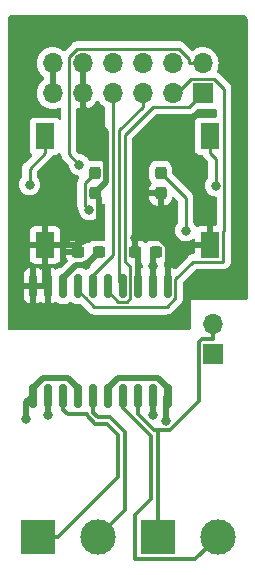
<source format=gtl>
G04 #@! TF.GenerationSoftware,KiCad,Pcbnew,7.0.9-7.0.9~ubuntu20.04.1*
G04 #@! TF.CreationDate,2023-12-17T15:18:05+01:00*
G04 #@! TF.ProjectId,kicad-pmod_rs485,6b696361-642d-4706-9d6f-645f72733438,rev?*
G04 #@! TF.SameCoordinates,Original*
G04 #@! TF.FileFunction,Copper,L1,Top*
G04 #@! TF.FilePolarity,Positive*
%FSLAX46Y46*%
G04 Gerber Fmt 4.6, Leading zero omitted, Abs format (unit mm)*
G04 Created by KiCad (PCBNEW 7.0.9-7.0.9~ubuntu20.04.1) date 2023-12-17 15:18:05*
%MOMM*%
%LPD*%
G01*
G04 APERTURE LIST*
G04 Aperture macros list*
%AMRoundRect*
0 Rectangle with rounded corners*
0 $1 Rounding radius*
0 $2 $3 $4 $5 $6 $7 $8 $9 X,Y pos of 4 corners*
0 Add a 4 corners polygon primitive as box body*
4,1,4,$2,$3,$4,$5,$6,$7,$8,$9,$2,$3,0*
0 Add four circle primitives for the rounded corners*
1,1,$1+$1,$2,$3*
1,1,$1+$1,$4,$5*
1,1,$1+$1,$6,$7*
1,1,$1+$1,$8,$9*
0 Add four rect primitives between the rounded corners*
20,1,$1+$1,$2,$3,$4,$5,0*
20,1,$1+$1,$4,$5,$6,$7,0*
20,1,$1+$1,$6,$7,$8,$9,0*
20,1,$1+$1,$8,$9,$2,$3,0*%
G04 Aperture macros list end*
G04 #@! TA.AperFunction,ComponentPad*
%ADD10R,3.000000X3.000000*%
G04 #@! TD*
G04 #@! TA.AperFunction,ComponentPad*
%ADD11C,3.000000*%
G04 #@! TD*
G04 #@! TA.AperFunction,ComponentPad*
%ADD12R,1.700000X1.700000*%
G04 #@! TD*
G04 #@! TA.AperFunction,ComponentPad*
%ADD13O,1.700000X1.700000*%
G04 #@! TD*
G04 #@! TA.AperFunction,SMDPad,CuDef*
%ADD14RoundRect,0.237500X0.300000X0.237500X-0.300000X0.237500X-0.300000X-0.237500X0.300000X-0.237500X0*%
G04 #@! TD*
G04 #@! TA.AperFunction,SMDPad,CuDef*
%ADD15RoundRect,0.237500X0.237500X-0.287500X0.237500X0.287500X-0.237500X0.287500X-0.237500X-0.287500X0*%
G04 #@! TD*
G04 #@! TA.AperFunction,SMDPad,CuDef*
%ADD16R,1.600000X2.180000*%
G04 #@! TD*
G04 #@! TA.AperFunction,SMDPad,CuDef*
%ADD17RoundRect,0.150000X-0.150000X0.875000X-0.150000X-0.875000X0.150000X-0.875000X0.150000X0.875000X0*%
G04 #@! TD*
G04 #@! TA.AperFunction,ViaPad*
%ADD18C,0.800000*%
G04 #@! TD*
G04 #@! TA.AperFunction,Conductor*
%ADD19C,0.500000*%
G04 #@! TD*
G04 #@! TA.AperFunction,Conductor*
%ADD20C,0.250000*%
G04 #@! TD*
G04 #@! TA.AperFunction,Conductor*
%ADD21C,0.350000*%
G04 #@! TD*
G04 APERTURE END LIST*
D10*
X130302000Y-105410000D03*
D11*
X135382000Y-105410000D03*
D12*
X135001000Y-89921000D03*
D13*
X135001000Y-87381000D03*
D14*
X130148500Y-81280000D03*
X128423500Y-81280000D03*
X125322500Y-81280000D03*
X123597500Y-81280000D03*
D15*
X124968000Y-76313000D03*
X124968000Y-74563000D03*
X130556000Y-76313000D03*
X130556000Y-74563000D03*
D16*
X120777000Y-71483000D03*
X120777000Y-80663000D03*
X134747000Y-71483000D03*
X134747000Y-80663000D03*
D10*
X120142000Y-105410000D03*
D11*
X125222000Y-105410000D03*
D12*
X134112000Y-67818000D03*
D13*
X134112000Y-65278000D03*
X131572000Y-67818000D03*
X131572000Y-65278000D03*
X129032000Y-67818000D03*
X129032000Y-65278000D03*
X126492000Y-67818000D03*
X126492000Y-65278000D03*
X123952000Y-67818000D03*
X123952000Y-65278000D03*
X121412000Y-67818000D03*
X121412000Y-65278000D03*
D17*
X131191000Y-84123000D03*
X129921000Y-84123000D03*
X128651000Y-84123000D03*
X127381000Y-84123000D03*
X126111000Y-84123000D03*
X124841000Y-84123000D03*
X123571000Y-84123000D03*
X122301000Y-84123000D03*
X121031000Y-84123000D03*
X119761000Y-84123000D03*
X119761000Y-93423000D03*
X121031000Y-93423000D03*
X122301000Y-93423000D03*
X123571000Y-93423000D03*
X124841000Y-93423000D03*
X126111000Y-93423000D03*
X127381000Y-93423000D03*
X128651000Y-93423000D03*
X129921000Y-93423000D03*
X131191000Y-93423000D03*
D18*
X129951500Y-82426600D03*
X124231000Y-82371500D03*
X128423500Y-80116300D03*
X121412000Y-62738000D03*
X124714000Y-72644000D03*
X123952000Y-80264000D03*
X134112000Y-62738000D03*
X130556000Y-72644000D03*
X118364000Y-84074000D03*
X121920000Y-74168000D03*
X120396000Y-86360000D03*
X129921000Y-95098700D03*
X131030100Y-95550000D03*
X121031000Y-95055300D03*
X119194300Y-95381900D03*
X124530000Y-77685900D03*
X132694000Y-79456600D03*
X123681900Y-73895600D03*
X119460900Y-75578000D03*
X135210000Y-75654400D03*
D19*
X124231000Y-82371500D02*
X125322500Y-81280000D01*
X129921000Y-82457100D02*
X129951500Y-82426600D01*
X122301000Y-83508000D02*
X123437500Y-82371500D01*
X121412000Y-65278000D02*
X121412000Y-67818000D01*
X122301000Y-84123000D02*
X122301000Y-83508000D01*
X129921000Y-84123000D02*
X129921000Y-82457100D01*
X123437500Y-82371500D02*
X124231000Y-82371500D01*
X129951500Y-81477000D02*
X130148500Y-81280000D01*
X129951500Y-82426600D02*
X129951500Y-81477000D01*
X131191000Y-80751300D02*
X131191000Y-84123000D01*
X130501500Y-80061800D02*
X130556000Y-80007300D01*
X120777000Y-80663000D02*
X120777000Y-82203300D01*
X125916600Y-75364400D02*
X125916600Y-71082900D01*
X120777000Y-84123000D02*
X121031000Y-84123000D01*
X128423500Y-81280000D02*
X128651000Y-81507500D01*
X130501500Y-80061800D02*
X131191000Y-80751300D01*
X123597500Y-80663000D02*
X123597500Y-81280000D01*
X133408400Y-80751300D02*
X133496700Y-80663000D01*
X120777000Y-84123000D02*
X120777000Y-82203300D01*
X128651000Y-81507500D02*
X128651000Y-84123000D01*
X123597500Y-80663000D02*
X123952000Y-80308500D01*
X123597500Y-80663000D02*
X122027300Y-80663000D01*
X125916600Y-71082900D02*
X123952000Y-69118300D01*
X131191000Y-80751300D02*
X133408400Y-80751300D01*
X119761000Y-84123000D02*
X120777000Y-84123000D01*
X125380300Y-78880200D02*
X125380300Y-76725300D01*
X123952000Y-67818000D02*
X123952000Y-69118300D01*
X123952000Y-80264000D02*
X123996500Y-80264000D01*
X125380300Y-76725300D02*
X124968000Y-76313000D01*
X124968000Y-76313000D02*
X125916600Y-75364400D01*
X123996500Y-80264000D02*
X125380300Y-78880200D01*
X128423500Y-80116300D02*
X130447000Y-80116300D01*
X134747000Y-80663000D02*
X133496700Y-80663000D01*
X123952000Y-65278000D02*
X123952000Y-67818000D01*
X130556000Y-80007300D02*
X130556000Y-76313000D01*
X130447000Y-80116300D02*
X130501500Y-80061800D01*
X120777000Y-80663000D02*
X122027300Y-80663000D01*
X128423500Y-80116300D02*
X128423500Y-81280000D01*
X123952000Y-80308500D02*
X123952000Y-80264000D01*
X129921000Y-93423000D02*
X129921000Y-95098700D01*
X126944200Y-91941700D02*
X126111000Y-92774900D01*
X130347600Y-91941700D02*
X126944200Y-91941700D01*
X131030100Y-93583900D02*
X131191000Y-93423000D01*
X126111000Y-92774900D02*
X126111000Y-93423000D01*
X131191000Y-92785100D02*
X130347600Y-91941700D01*
X131191000Y-93423000D02*
X131191000Y-92785100D01*
X131030100Y-95550000D02*
X131030100Y-93583900D01*
X121031000Y-93423000D02*
X121031000Y-95055300D01*
X119761000Y-92769500D02*
X119761000Y-93423000D01*
X122691500Y-91927200D02*
X120603300Y-91927200D01*
X119194300Y-93989700D02*
X119194300Y-95381900D01*
X123571000Y-92806700D02*
X122691500Y-91927200D01*
X120603300Y-91927200D02*
X119761000Y-92769500D01*
X123571000Y-93423000D02*
X123571000Y-92806700D01*
X119761000Y-93423000D02*
X119194300Y-93989700D01*
D20*
X124968000Y-74563000D02*
X124138800Y-75392200D01*
X124138800Y-75392200D02*
X124138800Y-77294700D01*
X124138800Y-77294700D02*
X124530000Y-77685900D01*
X130556000Y-74563000D02*
X132694000Y-76701000D01*
X132694000Y-76701000D02*
X132694000Y-79456600D01*
X122773700Y-64793600D02*
X122773700Y-72987400D01*
X132078900Y-64052900D02*
X123514400Y-64052900D01*
X122773700Y-72987400D02*
X123681900Y-73895600D01*
X132936700Y-65278000D02*
X132936700Y-64910700D01*
X132936700Y-64910700D02*
X132078900Y-64052900D01*
X123514400Y-64052900D02*
X122773700Y-64793600D01*
X134112000Y-65278000D02*
X132936700Y-65278000D01*
D21*
X128651000Y-94984100D02*
X128651000Y-93423000D01*
X130302000Y-105410000D02*
X130302000Y-103534700D01*
X135001000Y-87381000D02*
X135001000Y-88606300D01*
X135001000Y-88606300D02*
X134082000Y-88606300D01*
X133775700Y-93903000D02*
X131353300Y-96325400D01*
X130302000Y-96325400D02*
X130302000Y-103534700D01*
X133775700Y-88912600D02*
X133775700Y-93903000D01*
X134082000Y-88606300D02*
X133775700Y-88912600D01*
X130302000Y-96325400D02*
X129992300Y-96325400D01*
X129992300Y-96325400D02*
X128651000Y-94984100D01*
X131353300Y-96325400D02*
X130302000Y-96325400D01*
X129752000Y-102210000D02*
X128427000Y-103535000D01*
X127381000Y-93423000D02*
X127381000Y-94491918D01*
X128427000Y-103535000D02*
X128427000Y-107285000D01*
X128427000Y-107285000D02*
X128427400Y-107285400D01*
X128427400Y-107285400D02*
X133506600Y-107285400D01*
X129752000Y-96862918D02*
X129752000Y-102210000D01*
X133506600Y-107285400D02*
X135382000Y-105410000D01*
X127381000Y-94491918D02*
X129752000Y-96862918D01*
X124291000Y-95096818D02*
X124994183Y-95800000D01*
X124291000Y-94996000D02*
X124291000Y-95096818D01*
X122301000Y-94615000D02*
X122682000Y-94996000D01*
X122301000Y-93423000D02*
X122301000Y-94615000D01*
X126958000Y-100330000D02*
X121878000Y-105410000D01*
X122682000Y-94996000D02*
X124291000Y-94996000D01*
X121878000Y-105410000D02*
X120142000Y-105410000D01*
X124994183Y-95800000D02*
X126010182Y-95800000D01*
X126010182Y-95800000D02*
X126958000Y-96747818D01*
X126958000Y-96747818D02*
X126958000Y-100330000D01*
X124841000Y-94869000D02*
X125222000Y-95250000D01*
X126238000Y-95250000D02*
X127508000Y-96520000D01*
X124841000Y-93423000D02*
X124841000Y-94869000D01*
X127508000Y-96520000D02*
X127508000Y-103124000D01*
X127508000Y-103124000D02*
X125222000Y-105410000D01*
X125222000Y-95250000D02*
X126238000Y-95250000D01*
D20*
X120777000Y-72898300D02*
X119460900Y-74214400D01*
X120777000Y-71483000D02*
X120777000Y-72898300D01*
X119460900Y-74214400D02*
X119460900Y-75578000D01*
X134747000Y-71483000D02*
X134747000Y-72898300D01*
X135210000Y-73361300D02*
X135210000Y-75654400D01*
X134747000Y-72898300D02*
X135210000Y-73361300D01*
X127546300Y-71335700D02*
X129889000Y-68993000D01*
X126111000Y-84615000D02*
X126970000Y-85474000D01*
X128007000Y-85207000D02*
X128007000Y-82527800D01*
X132937000Y-68993000D02*
X134112000Y-67818000D01*
X129889000Y-68993000D02*
X132937000Y-68993000D01*
X126970000Y-85474000D02*
X127740000Y-85474000D01*
X128007000Y-82527800D02*
X127546300Y-82067100D01*
X127740000Y-85474000D02*
X128007000Y-85207000D01*
X126111000Y-84123000D02*
X126111000Y-84615000D01*
X127546300Y-82067100D02*
X127546300Y-71335700D01*
X131816000Y-83576000D02*
X133314000Y-82078000D01*
X133314000Y-82078000D02*
X135872000Y-82078000D01*
X131939200Y-67818000D02*
X131572000Y-67818000D01*
X123571000Y-84123000D02*
X123571000Y-84551700D01*
X135935300Y-79456700D02*
X135935300Y-67466500D01*
X124216000Y-85196700D02*
X124216000Y-85198908D01*
X131816000Y-85198908D02*
X131816000Y-83576000D01*
X131075208Y-85939700D02*
X131816000Y-85198908D01*
X123571000Y-84551700D02*
X124216000Y-85196700D01*
X133114500Y-66642700D02*
X131939200Y-67818000D01*
X124216000Y-85198908D02*
X124956792Y-85939700D01*
X135872000Y-82078000D02*
X135872000Y-79520000D01*
X135111500Y-66642700D02*
X133114500Y-66642700D01*
X135872000Y-79520000D02*
X135935300Y-79456700D01*
X124956792Y-85939700D02*
X131075208Y-85939700D01*
X135935300Y-67466500D02*
X135111500Y-66642700D01*
X127075400Y-70949900D02*
X129032000Y-68993300D01*
X127381000Y-84123000D02*
X127075400Y-83817400D01*
X129032000Y-67818000D02*
X129032000Y-68993300D01*
X127075400Y-83817400D02*
X127075400Y-70949900D01*
X126492000Y-81558300D02*
X126492000Y-67818000D01*
X124841000Y-83209300D02*
X126492000Y-81558300D01*
X124841000Y-84123000D02*
X124841000Y-83209300D01*
G04 #@! TA.AperFunction,Conductor*
G36*
X135273482Y-69163371D02*
G01*
X135306966Y-69224694D01*
X135309800Y-69251052D01*
X135309800Y-69768500D01*
X135290115Y-69835539D01*
X135237311Y-69881294D01*
X135185800Y-69892500D01*
X133899129Y-69892500D01*
X133899123Y-69892501D01*
X133839516Y-69898908D01*
X133704671Y-69949202D01*
X133704664Y-69949206D01*
X133589455Y-70035452D01*
X133589452Y-70035455D01*
X133503206Y-70150664D01*
X133503202Y-70150671D01*
X133452908Y-70285517D01*
X133446501Y-70345116D01*
X133446500Y-70345135D01*
X133446500Y-72620870D01*
X133446501Y-72620876D01*
X133452908Y-72680483D01*
X133503202Y-72815328D01*
X133503206Y-72815335D01*
X133589452Y-72930544D01*
X133589455Y-72930547D01*
X133704664Y-73016793D01*
X133704671Y-73016797D01*
X133731338Y-73026743D01*
X133839517Y-73067091D01*
X133899127Y-73073500D01*
X134054391Y-73073499D01*
X134121430Y-73093183D01*
X134163946Y-73142249D01*
X134164411Y-73141975D01*
X134165920Y-73144528D01*
X134167185Y-73145987D01*
X134168193Y-73148254D01*
X134168380Y-73148686D01*
X134178580Y-73165934D01*
X134187136Y-73183400D01*
X134194514Y-73202032D01*
X134218506Y-73235055D01*
X134221898Y-73239723D01*
X134225106Y-73244607D01*
X134248827Y-73284716D01*
X134248833Y-73284724D01*
X134262990Y-73298880D01*
X134275628Y-73313676D01*
X134287405Y-73329886D01*
X134287406Y-73329887D01*
X134323309Y-73359588D01*
X134327620Y-73363510D01*
X134448142Y-73484032D01*
X134548181Y-73584071D01*
X134581666Y-73645394D01*
X134584500Y-73671752D01*
X134584500Y-74955712D01*
X134564815Y-75022751D01*
X134552650Y-75038684D01*
X134477466Y-75122184D01*
X134382821Y-75286115D01*
X134382818Y-75286122D01*
X134324327Y-75466140D01*
X134324326Y-75466144D01*
X134304540Y-75654400D01*
X134324326Y-75842656D01*
X134324327Y-75842659D01*
X134382818Y-76022677D01*
X134382821Y-76022684D01*
X134477467Y-76186616D01*
X134592681Y-76314574D01*
X134604129Y-76327288D01*
X134757265Y-76438548D01*
X134757270Y-76438551D01*
X134930192Y-76515542D01*
X134930197Y-76515544D01*
X135115354Y-76554900D01*
X135115355Y-76554900D01*
X135185800Y-76554900D01*
X135252839Y-76574585D01*
X135298594Y-76627389D01*
X135309800Y-76678900D01*
X135309800Y-78949000D01*
X135290115Y-79016039D01*
X135237311Y-79061794D01*
X135185800Y-79073000D01*
X134997000Y-79073000D01*
X134997000Y-80789000D01*
X134977315Y-80856039D01*
X134924511Y-80901794D01*
X134873000Y-80913000D01*
X133447000Y-80913000D01*
X133447000Y-81327847D01*
X133427315Y-81394886D01*
X133374511Y-81440641D01*
X133326898Y-81451786D01*
X133308648Y-81452359D01*
X133304186Y-81452500D01*
X133274649Y-81452500D01*
X133267766Y-81453369D01*
X133261949Y-81453826D01*
X133215373Y-81455290D01*
X133196129Y-81460881D01*
X133177079Y-81464825D01*
X133157211Y-81467334D01*
X133113884Y-81484488D01*
X133108358Y-81486379D01*
X133063614Y-81499379D01*
X133063610Y-81499381D01*
X133046366Y-81509579D01*
X133028905Y-81518133D01*
X133010274Y-81525510D01*
X133010262Y-81525517D01*
X132972570Y-81552902D01*
X132967687Y-81556109D01*
X132927580Y-81579829D01*
X132913414Y-81593995D01*
X132898624Y-81606627D01*
X132882414Y-81618404D01*
X132882411Y-81618407D01*
X132852710Y-81654309D01*
X132848777Y-81658631D01*
X131832269Y-82675138D01*
X131770946Y-82708623D01*
X131701254Y-82703639D01*
X131681467Y-82694189D01*
X131601196Y-82646717D01*
X131601193Y-82646716D01*
X131443494Y-82600900D01*
X131443497Y-82600900D01*
X131441000Y-82600703D01*
X131441000Y-83012497D01*
X131421315Y-83079536D01*
X131407392Y-83097381D01*
X131366772Y-83140636D01*
X131345889Y-83161519D01*
X131345877Y-83161532D01*
X131341621Y-83167017D01*
X131337837Y-83171447D01*
X131305937Y-83205418D01*
X131305936Y-83205420D01*
X131296284Y-83222976D01*
X131285610Y-83239226D01*
X131273329Y-83255061D01*
X131273324Y-83255068D01*
X131254815Y-83297838D01*
X131252245Y-83303084D01*
X131229803Y-83343906D01*
X131224822Y-83363307D01*
X131218521Y-83381710D01*
X131210562Y-83400102D01*
X131210561Y-83400105D01*
X131203271Y-83446127D01*
X131202087Y-83451846D01*
X131190501Y-83496972D01*
X131190500Y-83496982D01*
X131190500Y-83517016D01*
X131188973Y-83536415D01*
X131187473Y-83545885D01*
X131181990Y-83557449D01*
X131183977Y-83560540D01*
X131188450Y-83583805D01*
X131190225Y-83602583D01*
X131190500Y-83608421D01*
X131190500Y-84249000D01*
X131170815Y-84316039D01*
X131118011Y-84361794D01*
X131066500Y-84373000D01*
X131065000Y-84373000D01*
X130997961Y-84353315D01*
X130952206Y-84300511D01*
X130941000Y-84249000D01*
X130941000Y-83595475D01*
X130950756Y-83562248D01*
X130942023Y-83542377D01*
X130941000Y-83526486D01*
X130941000Y-82600703D01*
X130922608Y-82583708D01*
X130918099Y-82582763D01*
X130868327Y-82533726D01*
X130852968Y-82465566D01*
X130853388Y-82460581D01*
X130856960Y-82426600D01*
X130837174Y-82238344D01*
X130837173Y-82238341D01*
X130836494Y-82231880D01*
X130838494Y-82231669D01*
X130843083Y-82171489D01*
X130885217Y-82115753D01*
X130893952Y-82109837D01*
X130909350Y-82100340D01*
X131031340Y-81978350D01*
X131121908Y-81831516D01*
X131176174Y-81667753D01*
X131186500Y-81566677D01*
X131186499Y-80993324D01*
X131176174Y-80892247D01*
X131121908Y-80728484D01*
X131031340Y-80581650D01*
X130909350Y-80459660D01*
X130818129Y-80403395D01*
X130762518Y-80369093D01*
X130762513Y-80369091D01*
X130761069Y-80368612D01*
X130598753Y-80314826D01*
X130598751Y-80314825D01*
X130497678Y-80304500D01*
X129799330Y-80304500D01*
X129799312Y-80304501D01*
X129698247Y-80314825D01*
X129534484Y-80369092D01*
X129534481Y-80369093D01*
X129387648Y-80459661D01*
X129373325Y-80473984D01*
X129312001Y-80507468D01*
X129242309Y-80502482D01*
X129197965Y-80473982D01*
X129184038Y-80460055D01*
X129184034Y-80460052D01*
X129037311Y-80369551D01*
X129037300Y-80369546D01*
X128873652Y-80315319D01*
X128772654Y-80305000D01*
X128673500Y-80305000D01*
X128673500Y-81406000D01*
X128653815Y-81473039D01*
X128601011Y-81518794D01*
X128549500Y-81530000D01*
X128297500Y-81530000D01*
X128230461Y-81510315D01*
X128184706Y-81457511D01*
X128173500Y-81406000D01*
X128173500Y-80267749D01*
X128171800Y-80251938D01*
X128171800Y-76563000D01*
X129581001Y-76563000D01*
X129581001Y-76649654D01*
X129591319Y-76750652D01*
X129645546Y-76914300D01*
X129645551Y-76914311D01*
X129736052Y-77061034D01*
X129736055Y-77061038D01*
X129857961Y-77182944D01*
X129857965Y-77182947D01*
X130004688Y-77273448D01*
X130004699Y-77273453D01*
X130168347Y-77327680D01*
X130269352Y-77337999D01*
X130306000Y-77337999D01*
X130306000Y-76563000D01*
X129581001Y-76563000D01*
X128171800Y-76563000D01*
X128171800Y-74899669D01*
X129580500Y-74899669D01*
X129580501Y-74899687D01*
X129590825Y-75000752D01*
X129606391Y-75047725D01*
X129643631Y-75160108D01*
X129645092Y-75164515D01*
X129645093Y-75164518D01*
X129665690Y-75197910D01*
X129720099Y-75286122D01*
X129735661Y-75311351D01*
X129774982Y-75350672D01*
X129808467Y-75411995D01*
X129803483Y-75481687D01*
X129774983Y-75526033D01*
X129736055Y-75564961D01*
X129736052Y-75564965D01*
X129645551Y-75711688D01*
X129645546Y-75711699D01*
X129591319Y-75875347D01*
X129581000Y-75976345D01*
X129581000Y-76063000D01*
X130682000Y-76063000D01*
X130749039Y-76082685D01*
X130794794Y-76135489D01*
X130806000Y-76187000D01*
X130806000Y-77337999D01*
X130842640Y-77337999D01*
X130842654Y-77337998D01*
X130943652Y-77327680D01*
X131107300Y-77273453D01*
X131107311Y-77273448D01*
X131254034Y-77182947D01*
X131254038Y-77182944D01*
X131375944Y-77061038D01*
X131375947Y-77061034D01*
X131466448Y-76914311D01*
X131466453Y-76914300D01*
X131520681Y-76750651D01*
X131525525Y-76703234D01*
X131551920Y-76638542D01*
X131609101Y-76598390D01*
X131678912Y-76595526D01*
X131736564Y-76628154D01*
X132032181Y-76923771D01*
X132065666Y-76985094D01*
X132068500Y-77011452D01*
X132068500Y-78757912D01*
X132048815Y-78824951D01*
X132036650Y-78840884D01*
X131961466Y-78924384D01*
X131866821Y-79088315D01*
X131866818Y-79088322D01*
X131808327Y-79268340D01*
X131808326Y-79268344D01*
X131788540Y-79456600D01*
X131808326Y-79644856D01*
X131808327Y-79644859D01*
X131866818Y-79824877D01*
X131866821Y-79824884D01*
X131961467Y-79988816D01*
X132088129Y-80129488D01*
X132241265Y-80240748D01*
X132241270Y-80240751D01*
X132414192Y-80317742D01*
X132414197Y-80317744D01*
X132599354Y-80357100D01*
X132599355Y-80357100D01*
X132788644Y-80357100D01*
X132788646Y-80357100D01*
X132973803Y-80317744D01*
X133146730Y-80240751D01*
X133250117Y-80165635D01*
X133315920Y-80142157D01*
X133383974Y-80157982D01*
X133432669Y-80208088D01*
X133447000Y-80265955D01*
X133447000Y-80413000D01*
X134497000Y-80413000D01*
X134497000Y-79073000D01*
X133899155Y-79073000D01*
X133839627Y-79079401D01*
X133839620Y-79079403D01*
X133704913Y-79129645D01*
X133697128Y-79133897D01*
X133696480Y-79132712D01*
X133639645Y-79153901D01*
X133571374Y-79139040D01*
X133523430Y-79092215D01*
X133426536Y-78924388D01*
X133426534Y-78924386D01*
X133426533Y-78924384D01*
X133388022Y-78881613D01*
X133351350Y-78840884D01*
X133321120Y-78777892D01*
X133319500Y-78757912D01*
X133319500Y-76783742D01*
X133321224Y-76768122D01*
X133320939Y-76768095D01*
X133321673Y-76760333D01*
X133319500Y-76691172D01*
X133319500Y-76661656D01*
X133319500Y-76661650D01*
X133318631Y-76654779D01*
X133318173Y-76648952D01*
X133317846Y-76638542D01*
X133316710Y-76602373D01*
X133311119Y-76583130D01*
X133307173Y-76564078D01*
X133304664Y-76544208D01*
X133287504Y-76500867D01*
X133285624Y-76495379D01*
X133272618Y-76450610D01*
X133265486Y-76438551D01*
X133262423Y-76433371D01*
X133253861Y-76415894D01*
X133246487Y-76397270D01*
X133246486Y-76397268D01*
X133219079Y-76359545D01*
X133215888Y-76354686D01*
X133192172Y-76314583D01*
X133192165Y-76314574D01*
X133178006Y-76300415D01*
X133165368Y-76285619D01*
X133153594Y-76269413D01*
X133117688Y-76239709D01*
X133113376Y-76235786D01*
X131567818Y-74690227D01*
X131534333Y-74628904D01*
X131531499Y-74602546D01*
X131531499Y-74226330D01*
X131531498Y-74226313D01*
X131521174Y-74125247D01*
X131509576Y-74090246D01*
X131466908Y-73961484D01*
X131376340Y-73814650D01*
X131254350Y-73692660D01*
X131107516Y-73602092D01*
X130943753Y-73547826D01*
X130943751Y-73547825D01*
X130842678Y-73537500D01*
X130269330Y-73537500D01*
X130269312Y-73537501D01*
X130168247Y-73547825D01*
X130004484Y-73602092D01*
X130004481Y-73602093D01*
X129857648Y-73692661D01*
X129735661Y-73814648D01*
X129645093Y-73961481D01*
X129645091Y-73961486D01*
X129631763Y-74001707D01*
X129590826Y-74125247D01*
X129590826Y-74125248D01*
X129590825Y-74125248D01*
X129580500Y-74226315D01*
X129580500Y-74899669D01*
X128171800Y-74899669D01*
X128171800Y-71646152D01*
X128191485Y-71579113D01*
X128208119Y-71558471D01*
X130111772Y-69654819D01*
X130173095Y-69621334D01*
X130199453Y-69618500D01*
X132854257Y-69618500D01*
X132869877Y-69620224D01*
X132869904Y-69619939D01*
X132877660Y-69620671D01*
X132877667Y-69620673D01*
X132946814Y-69618500D01*
X132976350Y-69618500D01*
X132983228Y-69617630D01*
X132989041Y-69617172D01*
X133035627Y-69615709D01*
X133054869Y-69610117D01*
X133073912Y-69606174D01*
X133093792Y-69603664D01*
X133137122Y-69586507D01*
X133142646Y-69584617D01*
X133146396Y-69583527D01*
X133187390Y-69571618D01*
X133204629Y-69561422D01*
X133222103Y-69552862D01*
X133240727Y-69545488D01*
X133240727Y-69545487D01*
X133240732Y-69545486D01*
X133278449Y-69518082D01*
X133283305Y-69514892D01*
X133323420Y-69491170D01*
X133337589Y-69476999D01*
X133352379Y-69464368D01*
X133368587Y-69452594D01*
X133398299Y-69416676D01*
X133402212Y-69412376D01*
X133609771Y-69204818D01*
X133671094Y-69171333D01*
X133697452Y-69168499D01*
X135009871Y-69168499D01*
X135009872Y-69168499D01*
X135069483Y-69162091D01*
X135076545Y-69159457D01*
X135142467Y-69134870D01*
X135212159Y-69129886D01*
X135273482Y-69163371D01*
G37*
G04 #@! TD.AperFunction*
G04 #@! TA.AperFunction,Conductor*
G36*
X129019527Y-82272703D02*
G01*
X129050721Y-82335223D01*
X129051984Y-82370042D01*
X129046512Y-82422107D01*
X129046040Y-82426600D01*
X129050135Y-82465566D01*
X129050198Y-82466157D01*
X129037629Y-82534887D01*
X128989896Y-82585911D01*
X128922156Y-82603029D01*
X128904610Y-82601103D01*
X128903501Y-82600900D01*
X128866644Y-82598000D01*
X128755660Y-82598000D01*
X128688621Y-82578315D01*
X128642866Y-82525511D01*
X128632639Y-82489547D01*
X128631631Y-82481574D01*
X128631172Y-82475744D01*
X128629709Y-82429175D01*
X128629709Y-82429173D01*
X128625183Y-82413596D01*
X128625380Y-82343730D01*
X128663319Y-82285058D01*
X128726956Y-82256212D01*
X128744258Y-82254999D01*
X128772640Y-82254999D01*
X128772654Y-82254998D01*
X128873649Y-82244681D01*
X128889655Y-82239377D01*
X128959484Y-82236973D01*
X129019527Y-82272703D01*
G37*
G04 #@! TD.AperFunction*
G04 #@! TA.AperFunction,Conductor*
G36*
X124202000Y-69148633D02*
G01*
X124415483Y-69091433D01*
X124415492Y-69091429D01*
X124629578Y-68991600D01*
X124823082Y-68856105D01*
X124990105Y-68689082D01*
X125120119Y-68503405D01*
X125174696Y-68459781D01*
X125244195Y-68452588D01*
X125306549Y-68484110D01*
X125323269Y-68503405D01*
X125453505Y-68689401D01*
X125620599Y-68856495D01*
X125813624Y-68991653D01*
X125857248Y-69046228D01*
X125866500Y-69093226D01*
X125866500Y-73594792D01*
X125846815Y-73661831D01*
X125794011Y-73707586D01*
X125724853Y-73717530D01*
X125673191Y-73695326D01*
X125672497Y-73696452D01*
X125666351Y-73692661D01*
X125666350Y-73692660D01*
X125519516Y-73602092D01*
X125355753Y-73547826D01*
X125355751Y-73547825D01*
X125254678Y-73537500D01*
X124681330Y-73537500D01*
X124681309Y-73537502D01*
X124604076Y-73545391D01*
X124535384Y-73532621D01*
X124484500Y-73484739D01*
X124484198Y-73484220D01*
X124414433Y-73363384D01*
X124287771Y-73222712D01*
X124282987Y-73219236D01*
X124134634Y-73111451D01*
X124134629Y-73111448D01*
X123961707Y-73034457D01*
X123961702Y-73034455D01*
X123815901Y-73003465D01*
X123776546Y-72995100D01*
X123776545Y-72995100D01*
X123717353Y-72995100D01*
X123650314Y-72975415D01*
X123629672Y-72958781D01*
X123435519Y-72764628D01*
X123402034Y-72703305D01*
X123399200Y-72676947D01*
X123399200Y-69229100D01*
X123418885Y-69162061D01*
X123471689Y-69116306D01*
X123540847Y-69106362D01*
X123555293Y-69109325D01*
X123702000Y-69148634D01*
X123702000Y-68253501D01*
X123809685Y-68302680D01*
X123916237Y-68318000D01*
X123987763Y-68318000D01*
X124094315Y-68302680D01*
X124202000Y-68253501D01*
X124202000Y-69148633D01*
G37*
G04 #@! TD.AperFunction*
G04 #@! TA.AperFunction,Conductor*
G36*
X124202000Y-67382498D02*
G01*
X124094315Y-67333320D01*
X123987763Y-67318000D01*
X123916237Y-67318000D01*
X123809685Y-67333320D01*
X123702000Y-67382498D01*
X123702000Y-65713501D01*
X123809685Y-65762680D01*
X123916237Y-65778000D01*
X123987763Y-65778000D01*
X124094315Y-65762680D01*
X124202000Y-65713501D01*
X124202000Y-67382498D01*
G37*
G04 #@! TD.AperFunction*
G04 #@! TA.AperFunction,Conductor*
G36*
X137545030Y-61215031D02*
G01*
X137551746Y-61215914D01*
X137559709Y-61216963D01*
X137633327Y-61228622D01*
X137661367Y-61236530D01*
X137685809Y-61246654D01*
X137690190Y-61248674D01*
X137737076Y-61272564D01*
X137756258Y-61284667D01*
X137775594Y-61299503D01*
X137781353Y-61303923D01*
X137787448Y-61309267D01*
X137826730Y-61348549D01*
X137832075Y-61354645D01*
X137851327Y-61379733D01*
X137863435Y-61398924D01*
X137876084Y-61423748D01*
X137887318Y-61445796D01*
X137889352Y-61450208D01*
X137899466Y-61474625D01*
X137907377Y-61502676D01*
X137907379Y-61502683D01*
X137919037Y-61576296D01*
X137920969Y-61590967D01*
X137921500Y-61599069D01*
X137921500Y-85220000D01*
X137901815Y-85287039D01*
X137849011Y-85332794D01*
X137797500Y-85344000D01*
X133096000Y-85344000D01*
X133096000Y-87760000D01*
X133076315Y-87827039D01*
X133023511Y-87872794D01*
X132972000Y-87884000D01*
X117726500Y-87884000D01*
X117659461Y-87864315D01*
X117613706Y-87811511D01*
X117602500Y-87760000D01*
X117602500Y-84373000D01*
X118961000Y-84373000D01*
X118961000Y-85063644D01*
X118963899Y-85100489D01*
X118963900Y-85100495D01*
X119009716Y-85258193D01*
X119009717Y-85258196D01*
X119093314Y-85399552D01*
X119093321Y-85399561D01*
X119209438Y-85515678D01*
X119209447Y-85515685D01*
X119350801Y-85599281D01*
X119508514Y-85645100D01*
X119508511Y-85645100D01*
X119510998Y-85645295D01*
X119511000Y-85645295D01*
X119511000Y-84373000D01*
X120011000Y-84373000D01*
X120011000Y-85645295D01*
X120011001Y-85645295D01*
X120013486Y-85645100D01*
X120171198Y-85599281D01*
X120312552Y-85515685D01*
X120318722Y-85510900D01*
X120320546Y-85513252D01*
X120369595Y-85486445D01*
X120439288Y-85491402D01*
X120472063Y-85512465D01*
X120473278Y-85510900D01*
X120479447Y-85515685D01*
X120620801Y-85599281D01*
X120778514Y-85645100D01*
X120778511Y-85645100D01*
X120780998Y-85645295D01*
X120781000Y-85645295D01*
X120781000Y-84373000D01*
X120011000Y-84373000D01*
X119511000Y-84373000D01*
X118961000Y-84373000D01*
X117602500Y-84373000D01*
X117602500Y-83873000D01*
X118961000Y-83873000D01*
X119511000Y-83873000D01*
X120011000Y-83873000D01*
X120781000Y-83873000D01*
X120781000Y-82600703D01*
X120778503Y-82600900D01*
X120620806Y-82646716D01*
X120620803Y-82646717D01*
X120479447Y-82730314D01*
X120473278Y-82735100D01*
X120471457Y-82732753D01*
X120422358Y-82759564D01*
X120352666Y-82754580D01*
X120319930Y-82733541D01*
X120318722Y-82735100D01*
X120312552Y-82730314D01*
X120171196Y-82646717D01*
X120171193Y-82646716D01*
X120013494Y-82600900D01*
X120013497Y-82600900D01*
X120011000Y-82600703D01*
X120011000Y-83873000D01*
X119511000Y-83873000D01*
X119511000Y-82600703D01*
X119508503Y-82600900D01*
X119350806Y-82646716D01*
X119350803Y-82646717D01*
X119209447Y-82730314D01*
X119209438Y-82730321D01*
X119093321Y-82846438D01*
X119093314Y-82846447D01*
X119009717Y-82987803D01*
X119009716Y-82987806D01*
X118963900Y-83145504D01*
X118963899Y-83145510D01*
X118961000Y-83182356D01*
X118961000Y-83873000D01*
X117602500Y-83873000D01*
X117602500Y-80913000D01*
X119477000Y-80913000D01*
X119477000Y-81800844D01*
X119483401Y-81860372D01*
X119483403Y-81860379D01*
X119533645Y-81995086D01*
X119533649Y-81995093D01*
X119619809Y-82110187D01*
X119619812Y-82110190D01*
X119734906Y-82196350D01*
X119734913Y-82196354D01*
X119869620Y-82246596D01*
X119869627Y-82246598D01*
X119929155Y-82252999D01*
X119929172Y-82253000D01*
X120527000Y-82253000D01*
X120527000Y-80913000D01*
X121027000Y-80913000D01*
X121027000Y-82253000D01*
X121624828Y-82253000D01*
X121624844Y-82252999D01*
X121684372Y-82246598D01*
X121684379Y-82246596D01*
X121819086Y-82196354D01*
X121819093Y-82196350D01*
X121934187Y-82110190D01*
X121934190Y-82110187D01*
X122020350Y-81995093D01*
X122020354Y-81995086D01*
X122070596Y-81860379D01*
X122070598Y-81860372D01*
X122076999Y-81800844D01*
X122077000Y-81800827D01*
X122077000Y-81030000D01*
X122560000Y-81030000D01*
X123347500Y-81030000D01*
X123347500Y-80304999D01*
X123248360Y-80305000D01*
X123248344Y-80305001D01*
X123147347Y-80315319D01*
X122983699Y-80369546D01*
X122983688Y-80369551D01*
X122836965Y-80460052D01*
X122836961Y-80460055D01*
X122715055Y-80581961D01*
X122715052Y-80581965D01*
X122624551Y-80728688D01*
X122624546Y-80728699D01*
X122570319Y-80892347D01*
X122560000Y-80993345D01*
X122560000Y-81030000D01*
X122077000Y-81030000D01*
X122077000Y-80913000D01*
X121027000Y-80913000D01*
X120527000Y-80913000D01*
X119477000Y-80913000D01*
X117602500Y-80913000D01*
X117602500Y-80413000D01*
X119477000Y-80413000D01*
X120527000Y-80413000D01*
X120527000Y-79073000D01*
X121027000Y-79073000D01*
X121027000Y-80413000D01*
X122077000Y-80413000D01*
X122077000Y-79525172D01*
X122076999Y-79525155D01*
X122070598Y-79465627D01*
X122070596Y-79465620D01*
X122020354Y-79330913D01*
X122020350Y-79330906D01*
X121934190Y-79215812D01*
X121934187Y-79215809D01*
X121819093Y-79129649D01*
X121819086Y-79129645D01*
X121684379Y-79079403D01*
X121684372Y-79079401D01*
X121624844Y-79073000D01*
X121027000Y-79073000D01*
X120527000Y-79073000D01*
X119929155Y-79073000D01*
X119869627Y-79079401D01*
X119869620Y-79079403D01*
X119734913Y-79129645D01*
X119734906Y-79129649D01*
X119619812Y-79215809D01*
X119619809Y-79215812D01*
X119533649Y-79330906D01*
X119533645Y-79330913D01*
X119483403Y-79465620D01*
X119483401Y-79465627D01*
X119477000Y-79525155D01*
X119477000Y-80413000D01*
X117602500Y-80413000D01*
X117602500Y-75578000D01*
X118555440Y-75578000D01*
X118575226Y-75766256D01*
X118575227Y-75766259D01*
X118633718Y-75946277D01*
X118633721Y-75946284D01*
X118728367Y-76110216D01*
X118797158Y-76186616D01*
X118855029Y-76250888D01*
X119008165Y-76362148D01*
X119008170Y-76362151D01*
X119181092Y-76439142D01*
X119181097Y-76439144D01*
X119366254Y-76478500D01*
X119366255Y-76478500D01*
X119555544Y-76478500D01*
X119555546Y-76478500D01*
X119740703Y-76439144D01*
X119913630Y-76362151D01*
X120066771Y-76250888D01*
X120193433Y-76110216D01*
X120288079Y-75946284D01*
X120346574Y-75766256D01*
X120366360Y-75578000D01*
X120346574Y-75389744D01*
X120288079Y-75209716D01*
X120193433Y-75045784D01*
X120155191Y-75003312D01*
X120118250Y-74962284D01*
X120088020Y-74899292D01*
X120086400Y-74879312D01*
X120086400Y-74524852D01*
X120106085Y-74457813D01*
X120122719Y-74437171D01*
X120623652Y-73936238D01*
X121160788Y-73399101D01*
X121173042Y-73389286D01*
X121172859Y-73389064D01*
X121178866Y-73384092D01*
X121178877Y-73384086D01*
X121209775Y-73351182D01*
X121226227Y-73333664D01*
X121236671Y-73323218D01*
X121247120Y-73312771D01*
X121251379Y-73307278D01*
X121255152Y-73302861D01*
X121287062Y-73268882D01*
X121296713Y-73251324D01*
X121307396Y-73235061D01*
X121319673Y-73219236D01*
X121338181Y-73176461D01*
X121340743Y-73171233D01*
X121359147Y-73137757D01*
X121408695Y-73088496D01*
X121467807Y-73073499D01*
X121624871Y-73073499D01*
X121624872Y-73073499D01*
X121684483Y-73067091D01*
X121819331Y-73016796D01*
X121934546Y-72930546D01*
X121934548Y-72930542D01*
X121936519Y-72928573D01*
X121938969Y-72927234D01*
X121941645Y-72925232D01*
X121941933Y-72925616D01*
X121997842Y-72895088D01*
X122067534Y-72900072D01*
X122123467Y-72941944D01*
X122147884Y-73007408D01*
X122148200Y-73016254D01*
X122148200Y-73026743D01*
X122148201Y-73026760D01*
X122149068Y-73033631D01*
X122149526Y-73039450D01*
X122150990Y-73086024D01*
X122150991Y-73086027D01*
X122156580Y-73105267D01*
X122160524Y-73124311D01*
X122163036Y-73144192D01*
X122178560Y-73183403D01*
X122180190Y-73187519D01*
X122182082Y-73193047D01*
X122189691Y-73219237D01*
X122195082Y-73237790D01*
X122203089Y-73251330D01*
X122205280Y-73255034D01*
X122213838Y-73272503D01*
X122221214Y-73291132D01*
X122248598Y-73328823D01*
X122251806Y-73333707D01*
X122275527Y-73373816D01*
X122275533Y-73373824D01*
X122289690Y-73387980D01*
X122302328Y-73402776D01*
X122314105Y-73418986D01*
X122314106Y-73418987D01*
X122350009Y-73448688D01*
X122354320Y-73452610D01*
X122563541Y-73661831D01*
X122742938Y-73841228D01*
X122776423Y-73902551D01*
X122778578Y-73915947D01*
X122783365Y-73961486D01*
X122796226Y-74083856D01*
X122796227Y-74083859D01*
X122854718Y-74263877D01*
X122854721Y-74263884D01*
X122949367Y-74427816D01*
X123036739Y-74524852D01*
X123076029Y-74568488D01*
X123229165Y-74679748D01*
X123229170Y-74679751D01*
X123402092Y-74756742D01*
X123402093Y-74756742D01*
X123402097Y-74756744D01*
X123583117Y-74795220D01*
X123644598Y-74828412D01*
X123678375Y-74889575D01*
X123673723Y-74959289D01*
X123647732Y-75001390D01*
X123628737Y-75021618D01*
X123628736Y-75021620D01*
X123619084Y-75039176D01*
X123608410Y-75055426D01*
X123596129Y-75071261D01*
X123596124Y-75071268D01*
X123577615Y-75114038D01*
X123575045Y-75119284D01*
X123552603Y-75160106D01*
X123547622Y-75179507D01*
X123541321Y-75197910D01*
X123533362Y-75216302D01*
X123533361Y-75216305D01*
X123526071Y-75262327D01*
X123524887Y-75268046D01*
X123513301Y-75313172D01*
X123513300Y-75313182D01*
X123513300Y-75333216D01*
X123511773Y-75352615D01*
X123508640Y-75372394D01*
X123508640Y-75372395D01*
X123513025Y-75418783D01*
X123513300Y-75424621D01*
X123513300Y-77211955D01*
X123511575Y-77227572D01*
X123511861Y-77227599D01*
X123511126Y-77235365D01*
X123513300Y-77304514D01*
X123513300Y-77334043D01*
X123513301Y-77334060D01*
X123514168Y-77340931D01*
X123514626Y-77346750D01*
X123516090Y-77393324D01*
X123516091Y-77393327D01*
X123521680Y-77412567D01*
X123525624Y-77431611D01*
X123527126Y-77443494D01*
X123528136Y-77451491D01*
X123545290Y-77494819D01*
X123547182Y-77500347D01*
X123560181Y-77545088D01*
X123570380Y-77562334D01*
X123578938Y-77579803D01*
X123586314Y-77598432D01*
X123600858Y-77618450D01*
X123622663Y-77679562D01*
X123623861Y-77679437D01*
X123624540Y-77685898D01*
X123624540Y-77685900D01*
X123644326Y-77874156D01*
X123644327Y-77874159D01*
X123702818Y-78054177D01*
X123702821Y-78054184D01*
X123797467Y-78218116D01*
X123924129Y-78358788D01*
X124077265Y-78470048D01*
X124077270Y-78470051D01*
X124250192Y-78547042D01*
X124250197Y-78547044D01*
X124435354Y-78586400D01*
X124435355Y-78586400D01*
X124624644Y-78586400D01*
X124624646Y-78586400D01*
X124809803Y-78547044D01*
X124982730Y-78470051D01*
X125135871Y-78358788D01*
X125262533Y-78218116D01*
X125357179Y-78054184D01*
X125415674Y-77874156D01*
X125435460Y-77685900D01*
X125415674Y-77497644D01*
X125398078Y-77443492D01*
X125396082Y-77373653D01*
X125432162Y-77313819D01*
X125477009Y-77287467D01*
X125519301Y-77273454D01*
X125519303Y-77273453D01*
X125672185Y-77179154D01*
X125672919Y-77180345D01*
X125730370Y-77157160D01*
X125799014Y-77170192D01*
X125849714Y-77218267D01*
X125866500Y-77280565D01*
X125866500Y-80187089D01*
X125846815Y-80254128D01*
X125794011Y-80299883D01*
X125729899Y-80310447D01*
X125671680Y-80304500D01*
X124973330Y-80304500D01*
X124973312Y-80304501D01*
X124872247Y-80314825D01*
X124708484Y-80369092D01*
X124708481Y-80369093D01*
X124561648Y-80459661D01*
X124547325Y-80473984D01*
X124486001Y-80507468D01*
X124416309Y-80502482D01*
X124371965Y-80473982D01*
X124358038Y-80460055D01*
X124358034Y-80460052D01*
X124211311Y-80369551D01*
X124211300Y-80369546D01*
X124047652Y-80315319D01*
X123946654Y-80305000D01*
X123847500Y-80305000D01*
X123847500Y-81406000D01*
X123827815Y-81473039D01*
X123775011Y-81518794D01*
X123723500Y-81530000D01*
X122560001Y-81530000D01*
X122560001Y-81566654D01*
X122570319Y-81667652D01*
X122624546Y-81831300D01*
X122624548Y-81831305D01*
X122684389Y-81928321D01*
X122702829Y-81995713D01*
X122681907Y-82062377D01*
X122666531Y-82081099D01*
X122186451Y-82561181D01*
X122125128Y-82594666D01*
X122098770Y-82597500D01*
X122085304Y-82597500D01*
X122048432Y-82600401D01*
X122048426Y-82600402D01*
X121890606Y-82646254D01*
X121890603Y-82646255D01*
X121749140Y-82729915D01*
X121742974Y-82734699D01*
X121741174Y-82732379D01*
X121691913Y-82759230D01*
X121622225Y-82754193D01*
X121589992Y-82733461D01*
X121588722Y-82735100D01*
X121582552Y-82730314D01*
X121441196Y-82646717D01*
X121441193Y-82646716D01*
X121283494Y-82600900D01*
X121283497Y-82600900D01*
X121281000Y-82600703D01*
X121281000Y-85645295D01*
X121281001Y-85645295D01*
X121283486Y-85645100D01*
X121441198Y-85599281D01*
X121582550Y-85515686D01*
X121588717Y-85510903D01*
X121590630Y-85513369D01*
X121639222Y-85486802D01*
X121708917Y-85491749D01*
X121741762Y-85512853D01*
X121742969Y-85511298D01*
X121749132Y-85516078D01*
X121749135Y-85516081D01*
X121890602Y-85599744D01*
X121903379Y-85603456D01*
X122048426Y-85645597D01*
X122048429Y-85645597D01*
X122048431Y-85645598D01*
X122060722Y-85646565D01*
X122085304Y-85648500D01*
X122085306Y-85648500D01*
X122516696Y-85648500D01*
X122535131Y-85647049D01*
X122553569Y-85645598D01*
X122553571Y-85645597D01*
X122553573Y-85645597D01*
X122595191Y-85633505D01*
X122711398Y-85599744D01*
X122852865Y-85516081D01*
X122852870Y-85516075D01*
X122859031Y-85511298D01*
X122860933Y-85513750D01*
X122909579Y-85487155D01*
X122979274Y-85492104D01*
X123011695Y-85512940D01*
X123012969Y-85511298D01*
X123019132Y-85516078D01*
X123019135Y-85516081D01*
X123160602Y-85599744D01*
X123173379Y-85603456D01*
X123318426Y-85645597D01*
X123318429Y-85645597D01*
X123318431Y-85645598D01*
X123330722Y-85646565D01*
X123355304Y-85648500D01*
X123355306Y-85648500D01*
X123729640Y-85648500D01*
X123796679Y-85668185D01*
X123817321Y-85684819D01*
X124455989Y-86323488D01*
X124465814Y-86335751D01*
X124466035Y-86335569D01*
X124471006Y-86341578D01*
X124491835Y-86361137D01*
X124521427Y-86388926D01*
X124542321Y-86409820D01*
X124547803Y-86414073D01*
X124552235Y-86417857D01*
X124586210Y-86449762D01*
X124603768Y-86459414D01*
X124620027Y-86470095D01*
X124635856Y-86482373D01*
X124678630Y-86500882D01*
X124683848Y-86503438D01*
X124724700Y-86525897D01*
X124744108Y-86530880D01*
X124762509Y-86537180D01*
X124780896Y-86545137D01*
X124824280Y-86552008D01*
X124826911Y-86552425D01*
X124832631Y-86553609D01*
X124877773Y-86565200D01*
X124897808Y-86565200D01*
X124917206Y-86566726D01*
X124936986Y-86569859D01*
X124936987Y-86569860D01*
X124936987Y-86569859D01*
X124936988Y-86569860D01*
X124983376Y-86565475D01*
X124989214Y-86565200D01*
X130992465Y-86565200D01*
X131008085Y-86566924D01*
X131008112Y-86566639D01*
X131015868Y-86567371D01*
X131015875Y-86567373D01*
X131085022Y-86565200D01*
X131114558Y-86565200D01*
X131121436Y-86564330D01*
X131127249Y-86563872D01*
X131173835Y-86562409D01*
X131193077Y-86556817D01*
X131212120Y-86552874D01*
X131232000Y-86550364D01*
X131275330Y-86533207D01*
X131280854Y-86531317D01*
X131284604Y-86530227D01*
X131325598Y-86518318D01*
X131342837Y-86508122D01*
X131360311Y-86499562D01*
X131378935Y-86492188D01*
X131378935Y-86492187D01*
X131378940Y-86492186D01*
X131416657Y-86464782D01*
X131421513Y-86461592D01*
X131461628Y-86437870D01*
X131475797Y-86423699D01*
X131490587Y-86411068D01*
X131506795Y-86399294D01*
X131536507Y-86363376D01*
X131540420Y-86359076D01*
X132199787Y-85699710D01*
X132212042Y-85689894D01*
X132211859Y-85689672D01*
X132217866Y-85684700D01*
X132217877Y-85684694D01*
X132251865Y-85648500D01*
X132265227Y-85634272D01*
X132275671Y-85623826D01*
X132286120Y-85613379D01*
X132290379Y-85607886D01*
X132294152Y-85603469D01*
X132326062Y-85569490D01*
X132335713Y-85551932D01*
X132346396Y-85535669D01*
X132358673Y-85519844D01*
X132377185Y-85477061D01*
X132379738Y-85471849D01*
X132402197Y-85431000D01*
X132407180Y-85411588D01*
X132413481Y-85393188D01*
X132421437Y-85374804D01*
X132428729Y-85328760D01*
X132429906Y-85323079D01*
X132441500Y-85277927D01*
X132441500Y-85257891D01*
X132443027Y-85238490D01*
X132444878Y-85226804D01*
X132446160Y-85218712D01*
X132441775Y-85172323D01*
X132441500Y-85166485D01*
X132441500Y-83886452D01*
X132461185Y-83819413D01*
X132477819Y-83798771D01*
X133536772Y-82739819D01*
X133598095Y-82706334D01*
X133624453Y-82703500D01*
X135801153Y-82703500D01*
X135824385Y-82705696D01*
X135825989Y-82706001D01*
X135832412Y-82707227D01*
X135889724Y-82703621D01*
X135893597Y-82703500D01*
X135911342Y-82703500D01*
X135911350Y-82703500D01*
X135928990Y-82701271D01*
X135932807Y-82700910D01*
X135990138Y-82697304D01*
X135997905Y-82694780D01*
X136020680Y-82689688D01*
X136028792Y-82688664D01*
X136082195Y-82667519D01*
X136085835Y-82666209D01*
X136140441Y-82648467D01*
X136147337Y-82644090D01*
X136168133Y-82633494D01*
X136175732Y-82630486D01*
X136222191Y-82596730D01*
X136225390Y-82594555D01*
X136273877Y-82563786D01*
X136279466Y-82557833D01*
X136296979Y-82542394D01*
X136303587Y-82537594D01*
X136340190Y-82493347D01*
X136342736Y-82490457D01*
X136382062Y-82448582D01*
X136385998Y-82441421D01*
X136399119Y-82422114D01*
X136404324Y-82415823D01*
X136425412Y-82371008D01*
X136428769Y-82363874D01*
X136430528Y-82360419D01*
X136458197Y-82310092D01*
X136460227Y-82302181D01*
X136468135Y-82280218D01*
X136471614Y-82272826D01*
X136471638Y-82272703D01*
X136474783Y-82256212D01*
X136482377Y-82216401D01*
X136483210Y-82212670D01*
X136497500Y-82157019D01*
X136497500Y-82148844D01*
X136499697Y-82125606D01*
X136501227Y-82117588D01*
X136497621Y-82060275D01*
X136497500Y-82056403D01*
X136497500Y-79764280D01*
X136512840Y-79704540D01*
X136521493Y-79688800D01*
X136521493Y-79688798D01*
X136521497Y-79688792D01*
X136526480Y-79669380D01*
X136532777Y-79650991D01*
X136540738Y-79632595D01*
X136548029Y-79586553D01*
X136549208Y-79580862D01*
X136560800Y-79535719D01*
X136560800Y-79515683D01*
X136562327Y-79496282D01*
X136565460Y-79476504D01*
X136561075Y-79430115D01*
X136560800Y-79424277D01*
X136560800Y-67549238D01*
X136562524Y-67533624D01*
X136562238Y-67533597D01*
X136562972Y-67525834D01*
X136560800Y-67456703D01*
X136560800Y-67427151D01*
X136560800Y-67427150D01*
X136559929Y-67420259D01*
X136559472Y-67414445D01*
X136558009Y-67367872D01*
X136552422Y-67348644D01*
X136548474Y-67329584D01*
X136547011Y-67318000D01*
X136545964Y-67309708D01*
X136528807Y-67266375D01*
X136526919Y-67260859D01*
X136513919Y-67216112D01*
X136503718Y-67198863D01*
X136495160Y-67181394D01*
X136487786Y-67162768D01*
X136487783Y-67162764D01*
X136487783Y-67162763D01*
X136460398Y-67125071D01*
X136457190Y-67120187D01*
X136433472Y-67080082D01*
X136433463Y-67080071D01*
X136419305Y-67065913D01*
X136406670Y-67051120D01*
X136394893Y-67034912D01*
X136358993Y-67005213D01*
X136354681Y-67001290D01*
X135612303Y-66258912D01*
X135602480Y-66246650D01*
X135602259Y-66246834D01*
X135597286Y-66240823D01*
X135546864Y-66193473D01*
X135536419Y-66183028D01*
X135525975Y-66172583D01*
X135520486Y-66168325D01*
X135516061Y-66164547D01*
X135482082Y-66132638D01*
X135482080Y-66132636D01*
X135482077Y-66132635D01*
X135464529Y-66122988D01*
X135448263Y-66112304D01*
X135432433Y-66100025D01*
X135389669Y-66081519D01*
X135384423Y-66078949D01*
X135362101Y-66066678D01*
X135312835Y-66017133D01*
X135298176Y-65948819D01*
X135309452Y-65905611D01*
X135385903Y-65741663D01*
X135447063Y-65513408D01*
X135467659Y-65278000D01*
X135447063Y-65042592D01*
X135385903Y-64814337D01*
X135286035Y-64600171D01*
X135150495Y-64406599D01*
X135150494Y-64406597D01*
X134983402Y-64239506D01*
X134983395Y-64239501D01*
X134983286Y-64239425D01*
X134931558Y-64203204D01*
X134789834Y-64103967D01*
X134789830Y-64103965D01*
X134789828Y-64103964D01*
X134575663Y-64004097D01*
X134575659Y-64004096D01*
X134575655Y-64004094D01*
X134347413Y-63942938D01*
X134347403Y-63942936D01*
X134112001Y-63922341D01*
X134111999Y-63922341D01*
X133876596Y-63942936D01*
X133876586Y-63942938D01*
X133648344Y-64004094D01*
X133648335Y-64004098D01*
X133434171Y-64103964D01*
X133434169Y-64103965D01*
X133272599Y-64217098D01*
X133206393Y-64239425D01*
X133138626Y-64222415D01*
X133113795Y-64203204D01*
X132579703Y-63669112D01*
X132569880Y-63656850D01*
X132569659Y-63657034D01*
X132564686Y-63651023D01*
X132546059Y-63633531D01*
X132514264Y-63603673D01*
X132503819Y-63593228D01*
X132493375Y-63582783D01*
X132487886Y-63578525D01*
X132483461Y-63574747D01*
X132449482Y-63542838D01*
X132449480Y-63542836D01*
X132449477Y-63542835D01*
X132431929Y-63533188D01*
X132415663Y-63522504D01*
X132399833Y-63510225D01*
X132357068Y-63491718D01*
X132351822Y-63489148D01*
X132310993Y-63466703D01*
X132310992Y-63466702D01*
X132291593Y-63461722D01*
X132273181Y-63455418D01*
X132254798Y-63447462D01*
X132254792Y-63447460D01*
X132208774Y-63440172D01*
X132203052Y-63438987D01*
X132157921Y-63427400D01*
X132157919Y-63427400D01*
X132137884Y-63427400D01*
X132118486Y-63425873D01*
X132111062Y-63424697D01*
X132098705Y-63422740D01*
X132098704Y-63422740D01*
X132052316Y-63427125D01*
X132046478Y-63427400D01*
X123597143Y-63427400D01*
X123581522Y-63425675D01*
X123581496Y-63425961D01*
X123573734Y-63425227D01*
X123573733Y-63425227D01*
X123504586Y-63427400D01*
X123475049Y-63427400D01*
X123468166Y-63428269D01*
X123462349Y-63428726D01*
X123415773Y-63430190D01*
X123396529Y-63435781D01*
X123377479Y-63439725D01*
X123357611Y-63442234D01*
X123314284Y-63459388D01*
X123308758Y-63461279D01*
X123264014Y-63474279D01*
X123264010Y-63474281D01*
X123246766Y-63484479D01*
X123229305Y-63493033D01*
X123210674Y-63500410D01*
X123210662Y-63500417D01*
X123172970Y-63527802D01*
X123168087Y-63531009D01*
X123127980Y-63554729D01*
X123113814Y-63568895D01*
X123099024Y-63581527D01*
X123082814Y-63593304D01*
X123082811Y-63593307D01*
X123053110Y-63629209D01*
X123049177Y-63633531D01*
X122450637Y-64232070D01*
X122389314Y-64265555D01*
X122319622Y-64260571D01*
X122288114Y-64242212D01*
X122287836Y-64242610D01*
X122089834Y-64103967D01*
X122089830Y-64103965D01*
X122089828Y-64103964D01*
X121875663Y-64004097D01*
X121875659Y-64004096D01*
X121875655Y-64004094D01*
X121647413Y-63942938D01*
X121647403Y-63942936D01*
X121412001Y-63922341D01*
X121411999Y-63922341D01*
X121176596Y-63942936D01*
X121176586Y-63942938D01*
X120948344Y-64004094D01*
X120948335Y-64004098D01*
X120734171Y-64103964D01*
X120734169Y-64103965D01*
X120540597Y-64239505D01*
X120373505Y-64406597D01*
X120237965Y-64600169D01*
X120237964Y-64600171D01*
X120138098Y-64814335D01*
X120138094Y-64814344D01*
X120076938Y-65042586D01*
X120076936Y-65042596D01*
X120056341Y-65277999D01*
X120056341Y-65278000D01*
X120076936Y-65513403D01*
X120076938Y-65513413D01*
X120138094Y-65741655D01*
X120138096Y-65741659D01*
X120138097Y-65741663D01*
X120215301Y-65907227D01*
X120237965Y-65955830D01*
X120237967Y-65955834D01*
X120338933Y-66100027D01*
X120373504Y-66149400D01*
X120373506Y-66149402D01*
X120540595Y-66316492D01*
X120540598Y-66316494D01*
X120540599Y-66316495D01*
X120608623Y-66364125D01*
X120652248Y-66418701D01*
X120661500Y-66465700D01*
X120661500Y-66630298D01*
X120641815Y-66697337D01*
X120608625Y-66731872D01*
X120540595Y-66779507D01*
X120373505Y-66946597D01*
X120237965Y-67140169D01*
X120237964Y-67140171D01*
X120138098Y-67354335D01*
X120138094Y-67354344D01*
X120076938Y-67582586D01*
X120076936Y-67582596D01*
X120056341Y-67817999D01*
X120056341Y-67818000D01*
X120076936Y-68053403D01*
X120076938Y-68053413D01*
X120138094Y-68281655D01*
X120138096Y-68281659D01*
X120138097Y-68281663D01*
X120178124Y-68367500D01*
X120237965Y-68495830D01*
X120237967Y-68495834D01*
X120346281Y-68650521D01*
X120373505Y-68689401D01*
X120540599Y-68856495D01*
X120613305Y-68907404D01*
X120734165Y-68992032D01*
X120734167Y-68992033D01*
X120734170Y-68992035D01*
X120948337Y-69091903D01*
X120948343Y-69091904D01*
X120948344Y-69091905D01*
X121002299Y-69106362D01*
X121176592Y-69153063D01*
X121364918Y-69169539D01*
X121411999Y-69173659D01*
X121412000Y-69173659D01*
X121412001Y-69173659D01*
X121451234Y-69170226D01*
X121647408Y-69153063D01*
X121875663Y-69091903D01*
X121971797Y-69047074D01*
X122040872Y-69036583D01*
X122104656Y-69065102D01*
X122142896Y-69123579D01*
X122148200Y-69159457D01*
X122148200Y-69949746D01*
X122128515Y-70016785D01*
X122075711Y-70062540D01*
X122006553Y-70072484D01*
X121942997Y-70043459D01*
X121936519Y-70037427D01*
X121934544Y-70035452D01*
X121819335Y-69949206D01*
X121819328Y-69949202D01*
X121684482Y-69898908D01*
X121684483Y-69898908D01*
X121624883Y-69892501D01*
X121624881Y-69892500D01*
X121624873Y-69892500D01*
X121624864Y-69892500D01*
X119929129Y-69892500D01*
X119929123Y-69892501D01*
X119869516Y-69898908D01*
X119734671Y-69949202D01*
X119734664Y-69949206D01*
X119619455Y-70035452D01*
X119619452Y-70035455D01*
X119533206Y-70150664D01*
X119533202Y-70150671D01*
X119482908Y-70285517D01*
X119476501Y-70345116D01*
X119476500Y-70345135D01*
X119476500Y-72620870D01*
X119476501Y-72620876D01*
X119482908Y-72680483D01*
X119533202Y-72815328D01*
X119533206Y-72815335D01*
X119619452Y-72930544D01*
X119619453Y-72930544D01*
X119619454Y-72930546D01*
X119634680Y-72941944D01*
X119642553Y-72947838D01*
X119684424Y-73003772D01*
X119689407Y-73073464D01*
X119655922Y-73134785D01*
X119077108Y-73713599D01*
X119064851Y-73723420D01*
X119065034Y-73723641D01*
X119059023Y-73728613D01*
X119011672Y-73779036D01*
X118990789Y-73799919D01*
X118990777Y-73799932D01*
X118986521Y-73805417D01*
X118982737Y-73809847D01*
X118950837Y-73843818D01*
X118950836Y-73843820D01*
X118941184Y-73861376D01*
X118930510Y-73877626D01*
X118918229Y-73893461D01*
X118918224Y-73893468D01*
X118899715Y-73936238D01*
X118897145Y-73941484D01*
X118874703Y-73982306D01*
X118869722Y-74001707D01*
X118863421Y-74020110D01*
X118855462Y-74038502D01*
X118855461Y-74038505D01*
X118848171Y-74084527D01*
X118846987Y-74090246D01*
X118835401Y-74135372D01*
X118835400Y-74135382D01*
X118835400Y-74155416D01*
X118833873Y-74174815D01*
X118830740Y-74194594D01*
X118830740Y-74194595D01*
X118835125Y-74240983D01*
X118835400Y-74246821D01*
X118835400Y-74879312D01*
X118815715Y-74946351D01*
X118803550Y-74962284D01*
X118728366Y-75045784D01*
X118633721Y-75209715D01*
X118633718Y-75209722D01*
X118575227Y-75389740D01*
X118575226Y-75389744D01*
X118555440Y-75578000D01*
X117602500Y-75578000D01*
X117602500Y-61599070D01*
X117603031Y-61590970D01*
X117604962Y-61576296D01*
X117616624Y-61502664D01*
X117624528Y-61474637D01*
X117634661Y-61450174D01*
X117636670Y-61445817D01*
X117660569Y-61398913D01*
X117672659Y-61379750D01*
X117691933Y-61354633D01*
X117697253Y-61348565D01*
X117736565Y-61309253D01*
X117742633Y-61303933D01*
X117767750Y-61284659D01*
X117786913Y-61272569D01*
X117833817Y-61248670D01*
X117838174Y-61246661D01*
X117862637Y-61236528D01*
X117890664Y-61228624D01*
X117964284Y-61216963D01*
X117973045Y-61215810D01*
X117978970Y-61215031D01*
X117987070Y-61214500D01*
X137536930Y-61214500D01*
X137545030Y-61215031D01*
G37*
G04 #@! TD.AperFunction*
M02*

</source>
